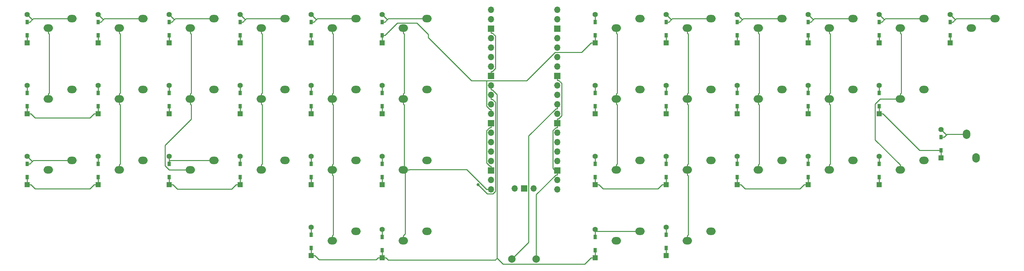
<source format=gbr>
G04 #@! TF.GenerationSoftware,KiCad,Pcbnew,7.0.10*
G04 #@! TF.CreationDate,2024-03-22T12:38:25+09:00*
G04 #@! TF.ProjectId,first_keyboard,66697273-745f-46b6-9579-626f6172642e,rev?*
G04 #@! TF.SameCoordinates,Original*
G04 #@! TF.FileFunction,Copper,L2,Bot*
G04 #@! TF.FilePolarity,Positive*
%FSLAX46Y46*%
G04 Gerber Fmt 4.6, Leading zero omitted, Abs format (unit mm)*
G04 Created by KiCad (PCBNEW 7.0.10) date 2024-03-22 12:38:25*
%MOMM*%
%LPD*%
G01*
G04 APERTURE LIST*
G04 #@! TA.AperFunction,ComponentPad*
%ADD10R,1.397000X1.397000*%
G04 #@! TD*
G04 #@! TA.AperFunction,SMDPad,CuDef*
%ADD11R,0.950000X1.300000*%
G04 #@! TD*
G04 #@! TA.AperFunction,ComponentPad*
%ADD12C,1.397000*%
G04 #@! TD*
G04 #@! TA.AperFunction,ComponentPad*
%ADD13O,2.500000X2.000000*%
G04 #@! TD*
G04 #@! TA.AperFunction,ComponentPad*
%ADD14O,1.700000X1.700000*%
G04 #@! TD*
G04 #@! TA.AperFunction,ComponentPad*
%ADD15R,1.700000X1.700000*%
G04 #@! TD*
G04 #@! TA.AperFunction,ComponentPad*
%ADD16O,2.000000X2.500000*%
G04 #@! TD*
G04 #@! TA.AperFunction,ComponentPad*
%ADD17C,2.000000*%
G04 #@! TD*
G04 #@! TA.AperFunction,ViaPad*
%ADD18C,0.800000*%
G04 #@! TD*
G04 #@! TA.AperFunction,Conductor*
%ADD19C,0.250000*%
G04 #@! TD*
G04 APERTURE END LIST*
D10*
X204787500Y-46672500D03*
D11*
X204787500Y-44637500D03*
X204787500Y-41087500D03*
D12*
X204787500Y-39052500D03*
D13*
X210502500Y-80803700D03*
X216852500Y-78263700D03*
D10*
X109537500Y-104428700D03*
D11*
X109537500Y-102393700D03*
X109537500Y-98843700D03*
D12*
X109537500Y-96808700D03*
D10*
X185737500Y-103822500D03*
D11*
X185737500Y-101787500D03*
X185737500Y-98237500D03*
D12*
X185737500Y-96202500D03*
D10*
X14287500Y-84772500D03*
D11*
X14287500Y-82737500D03*
X14287500Y-79187500D03*
D12*
X14287500Y-77152500D03*
D13*
X58102500Y-42703700D03*
X64452500Y-40163700D03*
X39052500Y-61753700D03*
X45402500Y-59213700D03*
D14*
X138791300Y-37782500D03*
X138791300Y-40322500D03*
D15*
X138791300Y-42862500D03*
D14*
X138791300Y-45402500D03*
X138791300Y-47942500D03*
X138791300Y-50482500D03*
X138791300Y-53022500D03*
D15*
X138791300Y-55562500D03*
D14*
X138791300Y-58102500D03*
X138791300Y-60642500D03*
X138791300Y-63182500D03*
X138791300Y-65722500D03*
D15*
X138791300Y-68262500D03*
D14*
X138791300Y-70802500D03*
X138791300Y-73342500D03*
X138791300Y-75882500D03*
X138791300Y-78422500D03*
D15*
X138791300Y-80962500D03*
D14*
X138791300Y-83502500D03*
X138791300Y-86042500D03*
X156571300Y-86042500D03*
X156571300Y-83502500D03*
D15*
X156571300Y-80962500D03*
D14*
X156571300Y-78422500D03*
X156571300Y-75882500D03*
X156571300Y-73342500D03*
X156571300Y-70802500D03*
D15*
X156571300Y-68262500D03*
D14*
X156571300Y-65722500D03*
X156571300Y-63182500D03*
X156571300Y-60642500D03*
X156571300Y-58102500D03*
D15*
X156571300Y-55562500D03*
D14*
X156571300Y-53022500D03*
X156571300Y-50482500D03*
X156571300Y-47942500D03*
X156571300Y-45402500D03*
D15*
X156571300Y-42862500D03*
D14*
X156571300Y-40322500D03*
X156571300Y-37782500D03*
X145141300Y-85812500D03*
D15*
X147681300Y-85812500D03*
D14*
X150221300Y-85812500D03*
D13*
X20002500Y-42703700D03*
X26352500Y-40163700D03*
D10*
X185737500Y-46672500D03*
D11*
X185737500Y-44637500D03*
X185737500Y-41087500D03*
D12*
X185737500Y-39052500D03*
D13*
X210502500Y-42703700D03*
X216852500Y-40163700D03*
X210502500Y-61753700D03*
X216852500Y-59213700D03*
D10*
X71437500Y-84772500D03*
D11*
X71437500Y-82737500D03*
X71437500Y-79187500D03*
D12*
X71437500Y-77152500D03*
D13*
X191452500Y-42703700D03*
X197802500Y-40163700D03*
X191452500Y-99853700D03*
X197802500Y-97313700D03*
D10*
X109537500Y-65722500D03*
D11*
X109537500Y-63687500D03*
X109537500Y-60137500D03*
D12*
X109537500Y-58102500D03*
D10*
X242887500Y-46672500D03*
D11*
X242887500Y-44637500D03*
X242887500Y-41087500D03*
D12*
X242887500Y-39052500D03*
D10*
X109537500Y-84772500D03*
D11*
X109537500Y-82737500D03*
X109537500Y-79187500D03*
D12*
X109537500Y-77152500D03*
D10*
X14287500Y-46672500D03*
D11*
X14287500Y-44637500D03*
X14287500Y-41087500D03*
D12*
X14287500Y-39052500D03*
D13*
X172402500Y-80803700D03*
X178752500Y-78263700D03*
X20002500Y-61753700D03*
X26352500Y-59213700D03*
D10*
X223837500Y-84772500D03*
D11*
X223837500Y-82737500D03*
X223837500Y-79187500D03*
D12*
X223837500Y-77152500D03*
D13*
X115252500Y-42703700D03*
X121602500Y-40163700D03*
X115252500Y-61753700D03*
X121602500Y-59213700D03*
X267652500Y-42703700D03*
X274002500Y-40163700D03*
X96202500Y-42703700D03*
X102552500Y-40163700D03*
D10*
X71437500Y-65722500D03*
D11*
X71437500Y-63687500D03*
X71437500Y-60137500D03*
D12*
X71437500Y-58102500D03*
D10*
X242887500Y-84772500D03*
D11*
X242887500Y-82737500D03*
X242887500Y-79187500D03*
D12*
X242887500Y-77152500D03*
D10*
X109537500Y-46672500D03*
D11*
X109537500Y-44637500D03*
X109537500Y-41087500D03*
D12*
X109537500Y-39052500D03*
D13*
X39052500Y-80803700D03*
X45402500Y-78263700D03*
D16*
X268922500Y-77628700D03*
X266382500Y-71278700D03*
D10*
X90487500Y-46672500D03*
D11*
X90487500Y-44637500D03*
X90487500Y-41087500D03*
D12*
X90487500Y-39052500D03*
D10*
X33337500Y-84772500D03*
D11*
X33337500Y-82737500D03*
X33337500Y-79187500D03*
D12*
X33337500Y-77152500D03*
D10*
X90487500Y-84772500D03*
D11*
X90487500Y-82737500D03*
X90487500Y-79187500D03*
D12*
X90487500Y-77152500D03*
D13*
X191452500Y-80803700D03*
X197802500Y-78263700D03*
X58102500Y-61753700D03*
X64452500Y-59213700D03*
X77152500Y-80803700D03*
X83502500Y-78263700D03*
X172402500Y-99853700D03*
X178752500Y-97313700D03*
D10*
X223837500Y-46672500D03*
D11*
X223837500Y-44637500D03*
X223837500Y-41087500D03*
D12*
X223837500Y-39052500D03*
D13*
X248602500Y-80803700D03*
X254952500Y-78263700D03*
X248602500Y-61753700D03*
X254952500Y-59213700D03*
D10*
X166687500Y-104428700D03*
D11*
X166687500Y-102393700D03*
X166687500Y-98843700D03*
D12*
X166687500Y-96808700D03*
D10*
X242887500Y-65722500D03*
D11*
X242887500Y-63687500D03*
X242887500Y-60137500D03*
D12*
X242887500Y-58102500D03*
D10*
X33337500Y-65722500D03*
D11*
X33337500Y-63687500D03*
X33337500Y-60137500D03*
D12*
X33337500Y-58102500D03*
D13*
X96202500Y-80803700D03*
X102552500Y-78263700D03*
D10*
X204787500Y-84772500D03*
D11*
X204787500Y-82737500D03*
X204787500Y-79187500D03*
D12*
X204787500Y-77152500D03*
D10*
X90487500Y-65722500D03*
D11*
X90487500Y-63687500D03*
X90487500Y-60137500D03*
D12*
X90487500Y-58102500D03*
D10*
X52387500Y-65722500D03*
D11*
X52387500Y-63687500D03*
X52387500Y-60137500D03*
D12*
X52387500Y-58102500D03*
D10*
X166687500Y-65722500D03*
D11*
X166687500Y-63687500D03*
X166687500Y-60137500D03*
D12*
X166687500Y-58102500D03*
D13*
X96202500Y-99853700D03*
X102552500Y-97313700D03*
D10*
X259556300Y-77628700D03*
D11*
X259556300Y-75593700D03*
X259556300Y-72043700D03*
D12*
X259556300Y-70008700D03*
D10*
X223837500Y-65722500D03*
D11*
X223837500Y-63687500D03*
X223837500Y-60137500D03*
D12*
X223837500Y-58102500D03*
D10*
X90487500Y-103822500D03*
D11*
X90487500Y-101787500D03*
X90487500Y-98237500D03*
D12*
X90487500Y-96202500D03*
D13*
X248602500Y-42703700D03*
X254952500Y-40163700D03*
D10*
X185737500Y-84772500D03*
D11*
X185737500Y-82737500D03*
X185737500Y-79187500D03*
D12*
X185737500Y-77152500D03*
D13*
X115252500Y-80803700D03*
X121602500Y-78263700D03*
X58102500Y-80803700D03*
X64452500Y-78263700D03*
X172402500Y-42703700D03*
X178752500Y-40163700D03*
D10*
X166687500Y-84772500D03*
D11*
X166687500Y-82737500D03*
X166687500Y-79187500D03*
D12*
X166687500Y-77152500D03*
D13*
X20002500Y-80803700D03*
X26352500Y-78263700D03*
X172402500Y-61753700D03*
X178752500Y-59213700D03*
D10*
X166687500Y-46672500D03*
D11*
X166687500Y-44637500D03*
X166687500Y-41087500D03*
D12*
X166687500Y-39052500D03*
D17*
X144387500Y-104775000D03*
X150887500Y-104775000D03*
D10*
X261937500Y-46672500D03*
D11*
X261937500Y-44637500D03*
X261937500Y-41087500D03*
D12*
X261937500Y-39052500D03*
D10*
X204787500Y-65722500D03*
D11*
X204787500Y-63687500D03*
X204787500Y-60137500D03*
D12*
X204787500Y-58102500D03*
D13*
X96202500Y-61753700D03*
X102552500Y-59213700D03*
X39052500Y-42703700D03*
X45402500Y-40163700D03*
D10*
X185737500Y-65722500D03*
D11*
X185737500Y-63687500D03*
X185737500Y-60137500D03*
D12*
X185737500Y-58102500D03*
D13*
X77152500Y-61753700D03*
X83502500Y-59213700D03*
X229552500Y-80803700D03*
X235902500Y-78263700D03*
X229552500Y-42703700D03*
X235902500Y-40163700D03*
D10*
X52387500Y-84772500D03*
D11*
X52387500Y-82737500D03*
X52387500Y-79187500D03*
D12*
X52387500Y-77152500D03*
D10*
X52387500Y-46672500D03*
D11*
X52387500Y-44637500D03*
X52387500Y-41087500D03*
D12*
X52387500Y-39052500D03*
D13*
X77152500Y-42703700D03*
X83502500Y-40163700D03*
D10*
X14287500Y-65722500D03*
D11*
X14287500Y-63687500D03*
X14287500Y-60137500D03*
D12*
X14287500Y-58102500D03*
D10*
X71437500Y-46672500D03*
D11*
X71437500Y-44637500D03*
X71437500Y-41087500D03*
D12*
X71437500Y-39052500D03*
D13*
X229552500Y-61753700D03*
X235902500Y-59213700D03*
X115252500Y-99853700D03*
X121602500Y-97313700D03*
D10*
X33337500Y-46672500D03*
D11*
X33337500Y-44637500D03*
X33337500Y-41087500D03*
D12*
X33337500Y-39052500D03*
D13*
X191452500Y-61753700D03*
X197802500Y-59213700D03*
D18*
X135353100Y-84812000D03*
D19*
X26352500Y-40163700D02*
X16013200Y-40163700D01*
X15706000Y-40470900D02*
X15089400Y-41087500D01*
X16013200Y-40163700D02*
X15706000Y-40470900D01*
X14287500Y-41087500D02*
X15089400Y-41087500D01*
X15706000Y-40470900D02*
X14287500Y-39052500D01*
X137587500Y-56832500D02*
X148321100Y-56832500D01*
X52387500Y-44637500D02*
X52387500Y-46672500D01*
X71437500Y-44637500D02*
X71437500Y-46672500D01*
X223837500Y-44637500D02*
X223837500Y-46672500D01*
X113615700Y-41361200D02*
X118877300Y-41361200D01*
X121968200Y-45247500D02*
X133553200Y-56832500D01*
X137587500Y-63707600D02*
X138425500Y-64545600D01*
X138791300Y-65722500D02*
X138791300Y-64545600D01*
X109537500Y-44637500D02*
X109537500Y-46672500D01*
X137587500Y-56832500D02*
X137587500Y-63707600D01*
X242887500Y-44637500D02*
X242887500Y-46672500D01*
X138425500Y-64545600D02*
X138791300Y-64545600D01*
X155941100Y-49212500D02*
X163122100Y-49212500D01*
X118877300Y-41361200D02*
X121968200Y-44452100D01*
X204787500Y-44637500D02*
X204787500Y-46672500D01*
X133553200Y-56832500D02*
X137587500Y-56832500D01*
X166687500Y-44637500D02*
X166687500Y-46672500D01*
X261937500Y-44637500D02*
X261937500Y-46672500D01*
X185737500Y-44637500D02*
X185737500Y-46672500D01*
X110339400Y-44637500D02*
X113615700Y-41361200D01*
X90487500Y-44637500D02*
X90487500Y-46672500D01*
X163122100Y-49212500D02*
X165662100Y-46672500D01*
X14287500Y-44637500D02*
X14287500Y-46672500D01*
X148321100Y-56832500D02*
X155941100Y-49212500D01*
X166687500Y-46672500D02*
X165662100Y-46672500D01*
X33337500Y-44637500D02*
X33337500Y-46672500D01*
X109537500Y-44637500D02*
X110339400Y-44637500D01*
X121968200Y-44452100D02*
X121968200Y-45247500D01*
X14287500Y-58102500D02*
X14287500Y-60137500D01*
X90487500Y-63687500D02*
X90487500Y-65722500D01*
X14287500Y-63687500D02*
X14287500Y-65722500D01*
X185737500Y-63687500D02*
X185737500Y-65722500D01*
X242887500Y-63687500D02*
X242887500Y-65722500D01*
X15312900Y-65722500D02*
X16478200Y-66887800D01*
X14287500Y-65722500D02*
X15312900Y-65722500D01*
X223837500Y-63687500D02*
X223837500Y-65722500D01*
X166687500Y-63687500D02*
X166687500Y-65722500D01*
X259556300Y-75593700D02*
X259556300Y-77628700D01*
X31146800Y-66887800D02*
X32312100Y-65722500D01*
X33337500Y-65722500D02*
X32312100Y-65722500D01*
X242887500Y-65722500D02*
X243912900Y-65722500D01*
X109537500Y-63687500D02*
X109537500Y-65722500D01*
X33337500Y-63687500D02*
X33337500Y-65722500D01*
X259556300Y-75593700D02*
X253784100Y-75593700D01*
X52387500Y-63687500D02*
X52387500Y-65722500D01*
X253784100Y-75593700D02*
X243912900Y-65722500D01*
X16478200Y-66887800D02*
X31146800Y-66887800D01*
X71437500Y-63687500D02*
X71437500Y-65722500D01*
X204787500Y-63687500D02*
X204787500Y-65722500D01*
X26352500Y-78263700D02*
X16013200Y-78263700D01*
X15706000Y-78570900D02*
X15089400Y-79187500D01*
X14287500Y-79187500D02*
X15089400Y-79187500D01*
X16013200Y-78263700D02*
X15706000Y-78570900D01*
X15706000Y-78570900D02*
X14287500Y-77152500D01*
X185737500Y-84772500D02*
X184712100Y-84772500D01*
X139159100Y-61819400D02*
X139985300Y-62645600D01*
X204787500Y-82737500D02*
X204787500Y-84772500D01*
X31147500Y-85937100D02*
X16477500Y-85937100D01*
X183558400Y-85926200D02*
X184712100Y-84772500D01*
X52387500Y-82737500D02*
X52387500Y-84772500D01*
X168866600Y-85926200D02*
X183558400Y-85926200D01*
X139302000Y-87235800D02*
X137776900Y-87235800D01*
X14287500Y-82737500D02*
X14287500Y-84772500D01*
X52387500Y-84772500D02*
X53412900Y-84772500D01*
X32312100Y-84772500D02*
X31147500Y-85937100D01*
X139985300Y-62645600D02*
X139985300Y-86552500D01*
X33337500Y-84772500D02*
X32312100Y-84772500D01*
X33337500Y-82737500D02*
X33337500Y-84772500D01*
X14287500Y-84772500D02*
X15312900Y-84772500D01*
X70412100Y-84772500D02*
X69211100Y-85973500D01*
X139985300Y-86552500D02*
X139302000Y-87235800D01*
X223837500Y-82737500D02*
X223837500Y-84772500D01*
X223837500Y-84772500D02*
X222812100Y-84772500D01*
X109537500Y-82737500D02*
X109537500Y-84772500D01*
X69211100Y-85973500D02*
X54613900Y-85973500D01*
X138791300Y-60642500D02*
X138791300Y-61819400D01*
X71437500Y-84772500D02*
X70412100Y-84772500D01*
X90487500Y-82737500D02*
X90487500Y-84772500D01*
X206973000Y-85932600D02*
X221652000Y-85932600D01*
X71437500Y-82737500D02*
X71437500Y-84772500D01*
X166687500Y-82737500D02*
X166687500Y-84772500D01*
X185737500Y-82737500D02*
X185737500Y-84772500D01*
X204787500Y-84772500D02*
X205812900Y-84772500D01*
X138791300Y-61819400D02*
X139159100Y-61819400D01*
X137776900Y-87235800D02*
X135353100Y-84812000D01*
X242887500Y-82737500D02*
X242887500Y-84772500D01*
X167712900Y-84772500D02*
X168866600Y-85926200D01*
X16477500Y-85937100D02*
X15312900Y-84772500D01*
X166687500Y-84772500D02*
X167712900Y-84772500D01*
X54613900Y-85973500D02*
X53412900Y-84772500D01*
X205812900Y-84772500D02*
X206973000Y-85932600D01*
X221652000Y-85932600D02*
X222812100Y-84772500D01*
X90487500Y-96202500D02*
X90487500Y-98237500D01*
X140437200Y-104563600D02*
X140437200Y-60559500D01*
X185737500Y-101787500D02*
X185737500Y-103822500D01*
X109537500Y-104428700D02*
X108512100Y-104428700D01*
X139157100Y-59279400D02*
X138791300Y-59279400D01*
X107960600Y-104980200D02*
X92670600Y-104980200D01*
X90487500Y-101787500D02*
X90487500Y-103822500D01*
X109537500Y-102393700D02*
X109537500Y-104428700D01*
X111149700Y-105015500D02*
X139985300Y-105015500D01*
X165662100Y-104428700D02*
X163954900Y-106135900D01*
X109537500Y-104428700D02*
X110562900Y-104428700D01*
X90487500Y-103822500D02*
X91512900Y-103822500D01*
X110562900Y-104428700D02*
X111149700Y-105015500D01*
X92670600Y-104980200D02*
X91512900Y-103822500D01*
X138791300Y-58102500D02*
X138791300Y-59279400D01*
X140437200Y-60559500D02*
X139157100Y-59279400D01*
X163954900Y-106135900D02*
X142009500Y-106135900D01*
X142009500Y-106135900D02*
X140437200Y-104563600D01*
X139985300Y-105015500D02*
X140437200Y-104563600D01*
X166687500Y-104428700D02*
X165662100Y-104428700D01*
X166687500Y-104428700D02*
X166687500Y-102393700D01*
X108512100Y-104428700D02*
X107960600Y-104980200D01*
X33337500Y-41087500D02*
X34139400Y-41087500D01*
X34756000Y-40470900D02*
X34139400Y-41087500D01*
X45402500Y-40163700D02*
X35063200Y-40163700D01*
X35063200Y-40163700D02*
X34756000Y-40470900D01*
X34756000Y-40470900D02*
X33337500Y-39052500D01*
X33337500Y-58102500D02*
X33337500Y-60137500D01*
X33337500Y-77152500D02*
X33337500Y-79187500D01*
X109537500Y-96808700D02*
X109537500Y-98843700D01*
X53806000Y-40470900D02*
X53189400Y-41087500D01*
X54113200Y-40163700D02*
X53806000Y-40470900D01*
X52387500Y-41087500D02*
X53189400Y-41087500D01*
X64452500Y-40163700D02*
X54113200Y-40163700D01*
X53806000Y-40470900D02*
X52387500Y-39052500D01*
X52387500Y-58102500D02*
X52387500Y-60137500D01*
X52387500Y-78263700D02*
X62875600Y-78263700D01*
X52387500Y-77152500D02*
X52387500Y-78263700D01*
X52387500Y-78263700D02*
X52387500Y-79187500D01*
X64452500Y-78263700D02*
X62875600Y-78263700D01*
X166687500Y-97313700D02*
X166687500Y-96808700D01*
X166687500Y-98843700D02*
X166687500Y-97313700D01*
X166687500Y-97313700D02*
X178752500Y-97313700D01*
X72856000Y-40470900D02*
X71437500Y-39052500D01*
X73163200Y-40163700D02*
X72856000Y-40470900D01*
X83502500Y-40163700D02*
X73163200Y-40163700D01*
X71437500Y-41087500D02*
X72239400Y-41087500D01*
X72856000Y-40470900D02*
X72239400Y-41087500D01*
X71437500Y-58102500D02*
X71437500Y-60137500D01*
X71437500Y-77152500D02*
X71437500Y-79187500D01*
X185737500Y-96202500D02*
X185737500Y-98237500D01*
X91906000Y-40470900D02*
X91289400Y-41087500D01*
X92213200Y-40163700D02*
X91906000Y-40470900D01*
X91906000Y-40470900D02*
X90487500Y-39052500D01*
X102552500Y-40163700D02*
X92213200Y-40163700D01*
X90487500Y-41087500D02*
X91289400Y-41087500D01*
X90487500Y-58102500D02*
X90487500Y-60137500D01*
X90487500Y-77152500D02*
X90487500Y-79187500D01*
X110956000Y-40470900D02*
X109537500Y-39052500D01*
X111263200Y-40163700D02*
X110956000Y-40470900D01*
X110956000Y-40470900D02*
X110339400Y-41087500D01*
X109537500Y-41087500D02*
X110339400Y-41087500D01*
X121602500Y-40163700D02*
X111263200Y-40163700D01*
X109537500Y-58102500D02*
X109537500Y-60137500D01*
X109537500Y-77152500D02*
X109537500Y-79187500D01*
X166687500Y-39052500D02*
X166687500Y-41087500D01*
X166687500Y-58102500D02*
X166687500Y-60137500D01*
X166687500Y-77152500D02*
X166687500Y-79187500D01*
X187463200Y-40163700D02*
X187156000Y-40470900D01*
X185737500Y-41087500D02*
X186539400Y-41087500D01*
X197802500Y-40163700D02*
X187463200Y-40163700D01*
X187156000Y-40470900D02*
X186539400Y-41087500D01*
X187156000Y-40470900D02*
X185737500Y-39052500D01*
X185737500Y-58102500D02*
X185737500Y-60137500D01*
X185737500Y-77152500D02*
X185737500Y-79187500D01*
X206206000Y-40470900D02*
X204787500Y-39052500D01*
X206206000Y-40470900D02*
X205589400Y-41087500D01*
X216852500Y-40163700D02*
X206513200Y-40163700D01*
X204787500Y-41087500D02*
X205589400Y-41087500D01*
X206513200Y-40163700D02*
X206206000Y-40470900D01*
X204787500Y-58102500D02*
X204787500Y-60137500D01*
X204787500Y-77152500D02*
X204787500Y-79187500D01*
X225563200Y-40163700D02*
X225256000Y-40470900D01*
X225256000Y-40470900D02*
X224639400Y-41087500D01*
X223837500Y-41087500D02*
X224639400Y-41087500D01*
X225256000Y-40470900D02*
X223837500Y-39052500D01*
X235902500Y-40163700D02*
X225563200Y-40163700D01*
X223837500Y-58102500D02*
X223837500Y-60137500D01*
X223837500Y-77152500D02*
X223837500Y-79187500D01*
X244306000Y-40470900D02*
X243689400Y-41087500D01*
X244613200Y-40163700D02*
X244306000Y-40470900D01*
X242887500Y-41087500D02*
X243689400Y-41087500D01*
X254952500Y-40163700D02*
X244613200Y-40163700D01*
X244306000Y-40470900D02*
X242887500Y-39052500D01*
X242887500Y-58102500D02*
X242887500Y-60137500D01*
X242887500Y-77152500D02*
X242887500Y-79187500D01*
X263663200Y-40163700D02*
X263356000Y-40470900D01*
X263356000Y-40470900D02*
X261937500Y-39052500D01*
X261937500Y-41087500D02*
X262739400Y-41087500D01*
X263356000Y-40470900D02*
X262739400Y-41087500D01*
X274002500Y-40163700D02*
X263663200Y-40163700D01*
X259556300Y-72043700D02*
X260358200Y-72043700D01*
X266382500Y-71278700D02*
X261123200Y-71278700D01*
X260974800Y-71427100D02*
X260358200Y-72043700D01*
X259556300Y-70008700D02*
X260974800Y-71427100D01*
X261123200Y-71278700D02*
X260974800Y-71427100D01*
X148871900Y-71693100D02*
X156205600Y-64359400D01*
X144387500Y-104775000D02*
X148871900Y-100290600D01*
X156571300Y-63182500D02*
X156571300Y-64359400D01*
X156205600Y-64359400D02*
X156571300Y-64359400D01*
X148871900Y-100290600D02*
X148871900Y-71693100D01*
X137614400Y-70248400D02*
X138423400Y-69439400D01*
X139968200Y-44848400D02*
X139159200Y-44039400D01*
X156939100Y-56739400D02*
X157748200Y-57548500D01*
X156571300Y-56739400D02*
X156939100Y-56739400D01*
X138791300Y-54385600D02*
X139159100Y-54385600D01*
X139159200Y-44039400D02*
X138791300Y-44039400D01*
X156203400Y-69439400D02*
X156571300Y-69439400D01*
X156571300Y-81550900D02*
X156571300Y-82139400D01*
X156203400Y-82139400D02*
X156571300Y-82139400D01*
X156571300Y-80962500D02*
X156571300Y-81550900D01*
X138791300Y-68850900D02*
X138791300Y-69439400D01*
X139968200Y-53576500D02*
X139968200Y-44848400D01*
X156571300Y-81550900D02*
X155394400Y-80374000D01*
X150887500Y-104775000D02*
X150887500Y-87455300D01*
X157748200Y-66276600D02*
X156939200Y-67085600D01*
X156571300Y-68262500D02*
X156571300Y-69439400D01*
X155394400Y-80374000D02*
X155394400Y-70248400D01*
X150887500Y-87455300D02*
X156203400Y-82139400D01*
X139159100Y-54385600D02*
X139968200Y-53576500D01*
X138791300Y-79785600D02*
X138423500Y-79785600D01*
X138423400Y-69439400D02*
X138791300Y-69439400D01*
X138791300Y-42862500D02*
X138791300Y-44039400D01*
X157748200Y-57548500D02*
X157748200Y-66276600D01*
X156571300Y-68262500D02*
X156571300Y-67085600D01*
X138791300Y-55562500D02*
X138791300Y-54385600D01*
X156571300Y-55562500D02*
X156571300Y-56739400D01*
X155394400Y-70248400D02*
X156203400Y-69439400D01*
X138791300Y-68850900D02*
X138791300Y-68262500D01*
X137614400Y-78976500D02*
X137614400Y-70248400D01*
X156939200Y-67085600D02*
X156571300Y-67085600D01*
X138423500Y-79785600D02*
X137614400Y-78976500D01*
X138791300Y-80962500D02*
X138791300Y-79785600D01*
X20002500Y-42703700D02*
X20002500Y-44030600D01*
X20002500Y-60426800D02*
X20266300Y-60163000D01*
X20266300Y-60163000D02*
X20266300Y-44294400D01*
X20266300Y-44294400D02*
X20002500Y-44030600D01*
X20002500Y-61753700D02*
X20002500Y-60426800D01*
X39052500Y-44030600D02*
X39312600Y-44290700D01*
X39312600Y-60166700D02*
X39052500Y-60426800D01*
X39052500Y-61753700D02*
X39052500Y-63080600D01*
X39316300Y-79213000D02*
X39316300Y-63344400D01*
X39052500Y-42703700D02*
X39052500Y-44030600D01*
X39052500Y-61753700D02*
X39052500Y-60426800D01*
X39316300Y-63344400D02*
X39052500Y-63080600D01*
X39312600Y-44290700D02*
X39312600Y-60166700D01*
X39052500Y-80803700D02*
X39052500Y-79476800D01*
X39052500Y-79476800D02*
X39316300Y-79213000D01*
X58102500Y-61753700D02*
X58102500Y-60426800D01*
X52416400Y-80803700D02*
X51316200Y-79703500D01*
X58366300Y-44294400D02*
X58102500Y-44030600D01*
X58102500Y-42703700D02*
X58102500Y-44030600D01*
X58366300Y-60163000D02*
X58366300Y-44294400D01*
X58102500Y-61753700D02*
X58102500Y-63080600D01*
X58102500Y-80803700D02*
X52416400Y-80803700D01*
X51316200Y-79703500D02*
X51316200Y-74225200D01*
X58102500Y-60426800D02*
X58366300Y-60163000D01*
X51316200Y-74225200D02*
X58366300Y-67175100D01*
X58366300Y-67175100D02*
X58366300Y-63344400D01*
X58366300Y-63344400D02*
X58102500Y-63080600D01*
X77416300Y-60163000D02*
X77152500Y-60426800D01*
X77152500Y-44030600D02*
X77416300Y-44294400D01*
X77152500Y-42703700D02*
X77152500Y-44030600D01*
X77416300Y-79213000D02*
X77416300Y-63344400D01*
X77152500Y-79476800D02*
X77416300Y-79213000D01*
X77416300Y-44294400D02*
X77416300Y-60163000D01*
X77152500Y-61753700D02*
X77152500Y-63080600D01*
X77152500Y-80803700D02*
X77152500Y-79476800D01*
X77416300Y-63344400D02*
X77152500Y-63080600D01*
X77152500Y-61753700D02*
X77152500Y-60426800D01*
X96202500Y-61753700D02*
X96202500Y-60426800D01*
X96202500Y-99853700D02*
X96202500Y-98526800D01*
X96202500Y-80803700D02*
X96202500Y-79476800D01*
X96202500Y-80803700D02*
X96202500Y-82130600D01*
X96202500Y-98526800D02*
X96466300Y-98263000D01*
X96459400Y-79219900D02*
X96202500Y-79476800D01*
X96202500Y-42703700D02*
X96202500Y-44030600D01*
X96202500Y-60426800D02*
X96466300Y-60163000D01*
X96202500Y-62417100D02*
X96202500Y-63080600D01*
X96466300Y-98263000D02*
X96466300Y-82394400D01*
X96202500Y-62417100D02*
X96202500Y-61753700D01*
X96459400Y-63337500D02*
X96459400Y-79219900D01*
X96202500Y-63080600D02*
X96459400Y-63337500D01*
X96466300Y-44294400D02*
X96202500Y-44030600D01*
X96466300Y-82394400D02*
X96202500Y-82130600D01*
X96466300Y-60163000D02*
X96466300Y-44294400D01*
X115252500Y-62417100D02*
X115252500Y-63080600D01*
X116829400Y-80803700D02*
X116896800Y-80736300D01*
X115516300Y-80803700D02*
X115780100Y-80803700D01*
X115252500Y-80803700D02*
X115516300Y-80803700D01*
X115252500Y-99853700D02*
X115252500Y-98526800D01*
X115252500Y-60426800D02*
X115516300Y-60163000D01*
X115780100Y-80803700D02*
X116829400Y-80803700D01*
X115516300Y-44294400D02*
X115252500Y-44030600D01*
X115252500Y-61753700D02*
X115252500Y-60426800D01*
X115516300Y-60163000D02*
X115516300Y-44294400D01*
X115252500Y-98526800D02*
X115780100Y-97999200D01*
X132308200Y-80736300D02*
X137614400Y-86042500D01*
X115780100Y-97999200D02*
X115780100Y-80803700D01*
X116896800Y-80736300D02*
X132308200Y-80736300D01*
X115252500Y-42703700D02*
X115252500Y-44030600D01*
X115516300Y-80803700D02*
X115516300Y-63344400D01*
X115252500Y-62417100D02*
X115252500Y-61753700D01*
X138791300Y-86042500D02*
X137614400Y-86042500D01*
X115516300Y-63344400D02*
X115252500Y-63080600D01*
X172402500Y-63080600D02*
X172659400Y-63337500D01*
X172666300Y-60163000D02*
X172402500Y-60426800D01*
X172402500Y-42703700D02*
X172402500Y-44030600D01*
X172402500Y-80803700D02*
X172402500Y-79476800D01*
X172666300Y-44294400D02*
X172666300Y-60163000D01*
X172659400Y-79219900D02*
X172402500Y-79476800D01*
X172402500Y-61753700D02*
X172402500Y-60426800D01*
X172402500Y-61753700D02*
X172402500Y-63080600D01*
X172402500Y-44030600D02*
X172666300Y-44294400D01*
X172659400Y-63337500D02*
X172659400Y-79219900D01*
X191452500Y-99853700D02*
X191452500Y-98526800D01*
X191452500Y-62417100D02*
X191452500Y-61753700D01*
X191452500Y-60426800D02*
X191709400Y-60169900D01*
X191452500Y-80803700D02*
X191452500Y-79476800D01*
X191452500Y-42703700D02*
X191452500Y-44030600D01*
X191452500Y-63080600D02*
X191709400Y-63337500D01*
X191716300Y-82394400D02*
X191452500Y-82130600D01*
X191709400Y-60169900D02*
X191709400Y-44287500D01*
X191452500Y-80803700D02*
X191452500Y-82130600D01*
X191709400Y-44287500D02*
X191452500Y-44030600D01*
X191452500Y-98526800D02*
X191716300Y-98263000D01*
X191709400Y-79219900D02*
X191452500Y-79476800D01*
X191452500Y-62417100D02*
X191452500Y-63080600D01*
X191452500Y-61753700D02*
X191452500Y-60426800D01*
X191709400Y-63337500D02*
X191709400Y-79219900D01*
X191716300Y-98263000D02*
X191716300Y-82394400D01*
X210502500Y-63080600D02*
X210759400Y-63337500D01*
X210502500Y-80803700D02*
X210502500Y-79476800D01*
X210766300Y-60163000D02*
X210502500Y-60426800D01*
X210502500Y-44030600D02*
X210766300Y-44294400D01*
X210766300Y-44294400D02*
X210766300Y-60163000D01*
X210502500Y-61753700D02*
X210502500Y-63080600D01*
X210502500Y-42703700D02*
X210502500Y-44030600D01*
X210759400Y-63337500D02*
X210759400Y-79219900D01*
X210502500Y-61753700D02*
X210502500Y-60426800D01*
X210759400Y-79219900D02*
X210502500Y-79476800D01*
X229816300Y-44294400D02*
X229816300Y-60163000D01*
X229552500Y-44030600D02*
X229816300Y-44294400D01*
X229552500Y-80803700D02*
X229552500Y-79476800D01*
X229552500Y-61753700D02*
X229552500Y-63080600D01*
X229816300Y-60163000D02*
X229552500Y-60426800D01*
X229552500Y-42703700D02*
X229552500Y-44030600D01*
X229809400Y-63337500D02*
X229809400Y-79219900D01*
X229552500Y-61753700D02*
X229552500Y-60426800D01*
X229552500Y-63080600D02*
X229809400Y-63337500D01*
X229809400Y-79219900D02*
X229552500Y-79476800D01*
X248602500Y-80803700D02*
X248602500Y-79476800D01*
X248602500Y-44030600D02*
X248862600Y-44290700D01*
X248602500Y-79476800D02*
X241857300Y-72731600D01*
X248862600Y-44290700D02*
X248862600Y-60166700D01*
X248602500Y-42703700D02*
X248602500Y-44030600D01*
X243194500Y-61753700D02*
X248602500Y-61753700D01*
X241857300Y-63090900D02*
X243194500Y-61753700D01*
X248602500Y-61753700D02*
X248602500Y-60426800D01*
X241857300Y-72731600D02*
X241857300Y-63090900D01*
X248862600Y-60166700D02*
X248602500Y-60426800D01*
M02*

</source>
